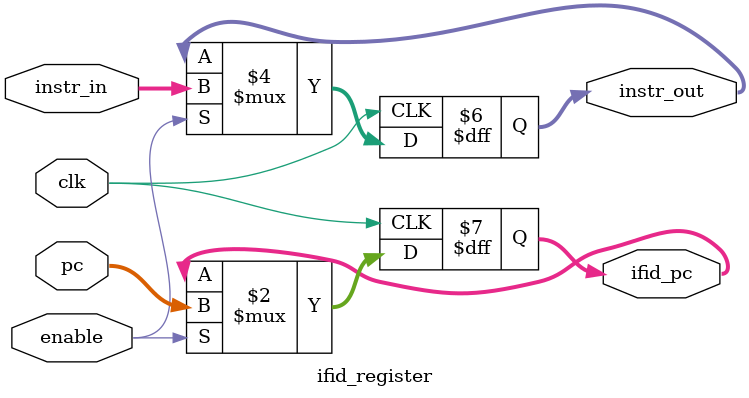
<source format=sv>
module ifid_register(
    input logic clk,
    input logic enable,
    input logic [31:0] instr_in,
    input logic [31:0] pc,
    output logic [31:0] instr_out,
    output logic [31:0] ifid_pc
);

    always_ff @(posedge clk)
        if (enable)
            begin
                instr_out <= instr_in;
                ifid_pc <= pc;
            end

endmodule

</source>
